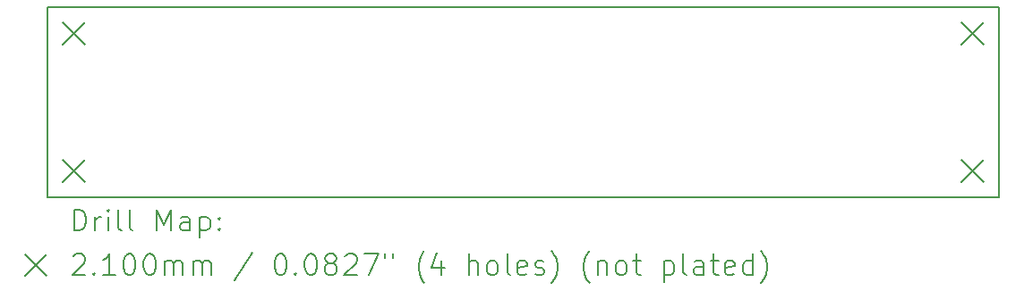
<source format=gbr>
%TF.GenerationSoftware,KiCad,Pcbnew,8.0.1*%
%TF.CreationDate,2024-05-11T19:49:48+01:00*%
%TF.ProjectId,TIMI2CLEDPanel,54494d49-3243-44c4-9544-50616e656c2e,rev?*%
%TF.SameCoordinates,Original*%
%TF.FileFunction,Drillmap*%
%TF.FilePolarity,Positive*%
%FSLAX45Y45*%
G04 Gerber Fmt 4.5, Leading zero omitted, Abs format (unit mm)*
G04 Created by KiCad (PCBNEW 8.0.1) date 2024-05-11 19:49:48*
%MOMM*%
%LPD*%
G01*
G04 APERTURE LIST*
%ADD10C,0.150000*%
%ADD11C,0.200000*%
%ADD12C,0.210000*%
G04 APERTURE END LIST*
D10*
X4000000Y-3000000D02*
X13000000Y-3000000D01*
X13000000Y-4800000D01*
X4000000Y-4800000D01*
X4000000Y-3000000D01*
D11*
D12*
X4145000Y-3145000D02*
X4355000Y-3355000D01*
X4355000Y-3145000D02*
X4145000Y-3355000D01*
X4145000Y-4445000D02*
X4355000Y-4655000D01*
X4355000Y-4445000D02*
X4145000Y-4655000D01*
X12645000Y-3145000D02*
X12855000Y-3355000D01*
X12855000Y-3145000D02*
X12645000Y-3355000D01*
X12645000Y-4445000D02*
X12855000Y-4655000D01*
X12855000Y-4445000D02*
X12645000Y-4655000D01*
D11*
X4253277Y-5118984D02*
X4253277Y-4918984D01*
X4253277Y-4918984D02*
X4300896Y-4918984D01*
X4300896Y-4918984D02*
X4329467Y-4928508D01*
X4329467Y-4928508D02*
X4348515Y-4947555D01*
X4348515Y-4947555D02*
X4358039Y-4966603D01*
X4358039Y-4966603D02*
X4367563Y-5004698D01*
X4367563Y-5004698D02*
X4367563Y-5033270D01*
X4367563Y-5033270D02*
X4358039Y-5071365D01*
X4358039Y-5071365D02*
X4348515Y-5090412D01*
X4348515Y-5090412D02*
X4329467Y-5109460D01*
X4329467Y-5109460D02*
X4300896Y-5118984D01*
X4300896Y-5118984D02*
X4253277Y-5118984D01*
X4453277Y-5118984D02*
X4453277Y-4985650D01*
X4453277Y-5023746D02*
X4462801Y-5004698D01*
X4462801Y-5004698D02*
X4472324Y-4995174D01*
X4472324Y-4995174D02*
X4491372Y-4985650D01*
X4491372Y-4985650D02*
X4510420Y-4985650D01*
X4577086Y-5118984D02*
X4577086Y-4985650D01*
X4577086Y-4918984D02*
X4567563Y-4928508D01*
X4567563Y-4928508D02*
X4577086Y-4938031D01*
X4577086Y-4938031D02*
X4586610Y-4928508D01*
X4586610Y-4928508D02*
X4577086Y-4918984D01*
X4577086Y-4918984D02*
X4577086Y-4938031D01*
X4700896Y-5118984D02*
X4681848Y-5109460D01*
X4681848Y-5109460D02*
X4672324Y-5090412D01*
X4672324Y-5090412D02*
X4672324Y-4918984D01*
X4805658Y-5118984D02*
X4786610Y-5109460D01*
X4786610Y-5109460D02*
X4777086Y-5090412D01*
X4777086Y-5090412D02*
X4777086Y-4918984D01*
X5034229Y-5118984D02*
X5034229Y-4918984D01*
X5034229Y-4918984D02*
X5100896Y-5061841D01*
X5100896Y-5061841D02*
X5167563Y-4918984D01*
X5167563Y-4918984D02*
X5167563Y-5118984D01*
X5348515Y-5118984D02*
X5348515Y-5014222D01*
X5348515Y-5014222D02*
X5338991Y-4995174D01*
X5338991Y-4995174D02*
X5319944Y-4985650D01*
X5319944Y-4985650D02*
X5281848Y-4985650D01*
X5281848Y-4985650D02*
X5262801Y-4995174D01*
X5348515Y-5109460D02*
X5329467Y-5118984D01*
X5329467Y-5118984D02*
X5281848Y-5118984D01*
X5281848Y-5118984D02*
X5262801Y-5109460D01*
X5262801Y-5109460D02*
X5253277Y-5090412D01*
X5253277Y-5090412D02*
X5253277Y-5071365D01*
X5253277Y-5071365D02*
X5262801Y-5052317D01*
X5262801Y-5052317D02*
X5281848Y-5042793D01*
X5281848Y-5042793D02*
X5329467Y-5042793D01*
X5329467Y-5042793D02*
X5348515Y-5033270D01*
X5443753Y-4985650D02*
X5443753Y-5185650D01*
X5443753Y-4995174D02*
X5462801Y-4985650D01*
X5462801Y-4985650D02*
X5500896Y-4985650D01*
X5500896Y-4985650D02*
X5519944Y-4995174D01*
X5519944Y-4995174D02*
X5529467Y-5004698D01*
X5529467Y-5004698D02*
X5538991Y-5023746D01*
X5538991Y-5023746D02*
X5538991Y-5080889D01*
X5538991Y-5080889D02*
X5529467Y-5099936D01*
X5529467Y-5099936D02*
X5519944Y-5109460D01*
X5519944Y-5109460D02*
X5500896Y-5118984D01*
X5500896Y-5118984D02*
X5462801Y-5118984D01*
X5462801Y-5118984D02*
X5443753Y-5109460D01*
X5624705Y-5099936D02*
X5634229Y-5109460D01*
X5634229Y-5109460D02*
X5624705Y-5118984D01*
X5624705Y-5118984D02*
X5615182Y-5109460D01*
X5615182Y-5109460D02*
X5624705Y-5099936D01*
X5624705Y-5099936D02*
X5624705Y-5118984D01*
X5624705Y-4995174D02*
X5634229Y-5004698D01*
X5634229Y-5004698D02*
X5624705Y-5014222D01*
X5624705Y-5014222D02*
X5615182Y-5004698D01*
X5615182Y-5004698D02*
X5624705Y-4995174D01*
X5624705Y-4995174D02*
X5624705Y-5014222D01*
X3792500Y-5347500D02*
X3992500Y-5547500D01*
X3992500Y-5347500D02*
X3792500Y-5547500D01*
X4243753Y-5358031D02*
X4253277Y-5348508D01*
X4253277Y-5348508D02*
X4272324Y-5338984D01*
X4272324Y-5338984D02*
X4319944Y-5338984D01*
X4319944Y-5338984D02*
X4338991Y-5348508D01*
X4338991Y-5348508D02*
X4348515Y-5358031D01*
X4348515Y-5358031D02*
X4358039Y-5377079D01*
X4358039Y-5377079D02*
X4358039Y-5396127D01*
X4358039Y-5396127D02*
X4348515Y-5424698D01*
X4348515Y-5424698D02*
X4234229Y-5538984D01*
X4234229Y-5538984D02*
X4358039Y-5538984D01*
X4443753Y-5519936D02*
X4453277Y-5529460D01*
X4453277Y-5529460D02*
X4443753Y-5538984D01*
X4443753Y-5538984D02*
X4434229Y-5529460D01*
X4434229Y-5529460D02*
X4443753Y-5519936D01*
X4443753Y-5519936D02*
X4443753Y-5538984D01*
X4643753Y-5538984D02*
X4529467Y-5538984D01*
X4586610Y-5538984D02*
X4586610Y-5338984D01*
X4586610Y-5338984D02*
X4567563Y-5367555D01*
X4567563Y-5367555D02*
X4548515Y-5386603D01*
X4548515Y-5386603D02*
X4529467Y-5396127D01*
X4767563Y-5338984D02*
X4786610Y-5338984D01*
X4786610Y-5338984D02*
X4805658Y-5348508D01*
X4805658Y-5348508D02*
X4815182Y-5358031D01*
X4815182Y-5358031D02*
X4824705Y-5377079D01*
X4824705Y-5377079D02*
X4834229Y-5415174D01*
X4834229Y-5415174D02*
X4834229Y-5462793D01*
X4834229Y-5462793D02*
X4824705Y-5500889D01*
X4824705Y-5500889D02*
X4815182Y-5519936D01*
X4815182Y-5519936D02*
X4805658Y-5529460D01*
X4805658Y-5529460D02*
X4786610Y-5538984D01*
X4786610Y-5538984D02*
X4767563Y-5538984D01*
X4767563Y-5538984D02*
X4748515Y-5529460D01*
X4748515Y-5529460D02*
X4738991Y-5519936D01*
X4738991Y-5519936D02*
X4729467Y-5500889D01*
X4729467Y-5500889D02*
X4719944Y-5462793D01*
X4719944Y-5462793D02*
X4719944Y-5415174D01*
X4719944Y-5415174D02*
X4729467Y-5377079D01*
X4729467Y-5377079D02*
X4738991Y-5358031D01*
X4738991Y-5358031D02*
X4748515Y-5348508D01*
X4748515Y-5348508D02*
X4767563Y-5338984D01*
X4958039Y-5338984D02*
X4977086Y-5338984D01*
X4977086Y-5338984D02*
X4996134Y-5348508D01*
X4996134Y-5348508D02*
X5005658Y-5358031D01*
X5005658Y-5358031D02*
X5015182Y-5377079D01*
X5015182Y-5377079D02*
X5024705Y-5415174D01*
X5024705Y-5415174D02*
X5024705Y-5462793D01*
X5024705Y-5462793D02*
X5015182Y-5500889D01*
X5015182Y-5500889D02*
X5005658Y-5519936D01*
X5005658Y-5519936D02*
X4996134Y-5529460D01*
X4996134Y-5529460D02*
X4977086Y-5538984D01*
X4977086Y-5538984D02*
X4958039Y-5538984D01*
X4958039Y-5538984D02*
X4938991Y-5529460D01*
X4938991Y-5529460D02*
X4929467Y-5519936D01*
X4929467Y-5519936D02*
X4919944Y-5500889D01*
X4919944Y-5500889D02*
X4910420Y-5462793D01*
X4910420Y-5462793D02*
X4910420Y-5415174D01*
X4910420Y-5415174D02*
X4919944Y-5377079D01*
X4919944Y-5377079D02*
X4929467Y-5358031D01*
X4929467Y-5358031D02*
X4938991Y-5348508D01*
X4938991Y-5348508D02*
X4958039Y-5338984D01*
X5110420Y-5538984D02*
X5110420Y-5405650D01*
X5110420Y-5424698D02*
X5119944Y-5415174D01*
X5119944Y-5415174D02*
X5138991Y-5405650D01*
X5138991Y-5405650D02*
X5167563Y-5405650D01*
X5167563Y-5405650D02*
X5186610Y-5415174D01*
X5186610Y-5415174D02*
X5196134Y-5434222D01*
X5196134Y-5434222D02*
X5196134Y-5538984D01*
X5196134Y-5434222D02*
X5205658Y-5415174D01*
X5205658Y-5415174D02*
X5224705Y-5405650D01*
X5224705Y-5405650D02*
X5253277Y-5405650D01*
X5253277Y-5405650D02*
X5272325Y-5415174D01*
X5272325Y-5415174D02*
X5281848Y-5434222D01*
X5281848Y-5434222D02*
X5281848Y-5538984D01*
X5377086Y-5538984D02*
X5377086Y-5405650D01*
X5377086Y-5424698D02*
X5386610Y-5415174D01*
X5386610Y-5415174D02*
X5405658Y-5405650D01*
X5405658Y-5405650D02*
X5434229Y-5405650D01*
X5434229Y-5405650D02*
X5453277Y-5415174D01*
X5453277Y-5415174D02*
X5462801Y-5434222D01*
X5462801Y-5434222D02*
X5462801Y-5538984D01*
X5462801Y-5434222D02*
X5472325Y-5415174D01*
X5472325Y-5415174D02*
X5491372Y-5405650D01*
X5491372Y-5405650D02*
X5519944Y-5405650D01*
X5519944Y-5405650D02*
X5538991Y-5415174D01*
X5538991Y-5415174D02*
X5548515Y-5434222D01*
X5548515Y-5434222D02*
X5548515Y-5538984D01*
X5938991Y-5329460D02*
X5767563Y-5586603D01*
X6196134Y-5338984D02*
X6215182Y-5338984D01*
X6215182Y-5338984D02*
X6234229Y-5348508D01*
X6234229Y-5348508D02*
X6243753Y-5358031D01*
X6243753Y-5358031D02*
X6253277Y-5377079D01*
X6253277Y-5377079D02*
X6262801Y-5415174D01*
X6262801Y-5415174D02*
X6262801Y-5462793D01*
X6262801Y-5462793D02*
X6253277Y-5500889D01*
X6253277Y-5500889D02*
X6243753Y-5519936D01*
X6243753Y-5519936D02*
X6234229Y-5529460D01*
X6234229Y-5529460D02*
X6215182Y-5538984D01*
X6215182Y-5538984D02*
X6196134Y-5538984D01*
X6196134Y-5538984D02*
X6177086Y-5529460D01*
X6177086Y-5529460D02*
X6167563Y-5519936D01*
X6167563Y-5519936D02*
X6158039Y-5500889D01*
X6158039Y-5500889D02*
X6148515Y-5462793D01*
X6148515Y-5462793D02*
X6148515Y-5415174D01*
X6148515Y-5415174D02*
X6158039Y-5377079D01*
X6158039Y-5377079D02*
X6167563Y-5358031D01*
X6167563Y-5358031D02*
X6177086Y-5348508D01*
X6177086Y-5348508D02*
X6196134Y-5338984D01*
X6348515Y-5519936D02*
X6358039Y-5529460D01*
X6358039Y-5529460D02*
X6348515Y-5538984D01*
X6348515Y-5538984D02*
X6338991Y-5529460D01*
X6338991Y-5529460D02*
X6348515Y-5519936D01*
X6348515Y-5519936D02*
X6348515Y-5538984D01*
X6481848Y-5338984D02*
X6500896Y-5338984D01*
X6500896Y-5338984D02*
X6519944Y-5348508D01*
X6519944Y-5348508D02*
X6529467Y-5358031D01*
X6529467Y-5358031D02*
X6538991Y-5377079D01*
X6538991Y-5377079D02*
X6548515Y-5415174D01*
X6548515Y-5415174D02*
X6548515Y-5462793D01*
X6548515Y-5462793D02*
X6538991Y-5500889D01*
X6538991Y-5500889D02*
X6529467Y-5519936D01*
X6529467Y-5519936D02*
X6519944Y-5529460D01*
X6519944Y-5529460D02*
X6500896Y-5538984D01*
X6500896Y-5538984D02*
X6481848Y-5538984D01*
X6481848Y-5538984D02*
X6462801Y-5529460D01*
X6462801Y-5529460D02*
X6453277Y-5519936D01*
X6453277Y-5519936D02*
X6443753Y-5500889D01*
X6443753Y-5500889D02*
X6434229Y-5462793D01*
X6434229Y-5462793D02*
X6434229Y-5415174D01*
X6434229Y-5415174D02*
X6443753Y-5377079D01*
X6443753Y-5377079D02*
X6453277Y-5358031D01*
X6453277Y-5358031D02*
X6462801Y-5348508D01*
X6462801Y-5348508D02*
X6481848Y-5338984D01*
X6662801Y-5424698D02*
X6643753Y-5415174D01*
X6643753Y-5415174D02*
X6634229Y-5405650D01*
X6634229Y-5405650D02*
X6624706Y-5386603D01*
X6624706Y-5386603D02*
X6624706Y-5377079D01*
X6624706Y-5377079D02*
X6634229Y-5358031D01*
X6634229Y-5358031D02*
X6643753Y-5348508D01*
X6643753Y-5348508D02*
X6662801Y-5338984D01*
X6662801Y-5338984D02*
X6700896Y-5338984D01*
X6700896Y-5338984D02*
X6719944Y-5348508D01*
X6719944Y-5348508D02*
X6729467Y-5358031D01*
X6729467Y-5358031D02*
X6738991Y-5377079D01*
X6738991Y-5377079D02*
X6738991Y-5386603D01*
X6738991Y-5386603D02*
X6729467Y-5405650D01*
X6729467Y-5405650D02*
X6719944Y-5415174D01*
X6719944Y-5415174D02*
X6700896Y-5424698D01*
X6700896Y-5424698D02*
X6662801Y-5424698D01*
X6662801Y-5424698D02*
X6643753Y-5434222D01*
X6643753Y-5434222D02*
X6634229Y-5443746D01*
X6634229Y-5443746D02*
X6624706Y-5462793D01*
X6624706Y-5462793D02*
X6624706Y-5500889D01*
X6624706Y-5500889D02*
X6634229Y-5519936D01*
X6634229Y-5519936D02*
X6643753Y-5529460D01*
X6643753Y-5529460D02*
X6662801Y-5538984D01*
X6662801Y-5538984D02*
X6700896Y-5538984D01*
X6700896Y-5538984D02*
X6719944Y-5529460D01*
X6719944Y-5529460D02*
X6729467Y-5519936D01*
X6729467Y-5519936D02*
X6738991Y-5500889D01*
X6738991Y-5500889D02*
X6738991Y-5462793D01*
X6738991Y-5462793D02*
X6729467Y-5443746D01*
X6729467Y-5443746D02*
X6719944Y-5434222D01*
X6719944Y-5434222D02*
X6700896Y-5424698D01*
X6815182Y-5358031D02*
X6824706Y-5348508D01*
X6824706Y-5348508D02*
X6843753Y-5338984D01*
X6843753Y-5338984D02*
X6891372Y-5338984D01*
X6891372Y-5338984D02*
X6910420Y-5348508D01*
X6910420Y-5348508D02*
X6919944Y-5358031D01*
X6919944Y-5358031D02*
X6929467Y-5377079D01*
X6929467Y-5377079D02*
X6929467Y-5396127D01*
X6929467Y-5396127D02*
X6919944Y-5424698D01*
X6919944Y-5424698D02*
X6805658Y-5538984D01*
X6805658Y-5538984D02*
X6929467Y-5538984D01*
X6996134Y-5338984D02*
X7129467Y-5338984D01*
X7129467Y-5338984D02*
X7043753Y-5538984D01*
X7196134Y-5338984D02*
X7196134Y-5377079D01*
X7272325Y-5338984D02*
X7272325Y-5377079D01*
X7567563Y-5615174D02*
X7558039Y-5605650D01*
X7558039Y-5605650D02*
X7538991Y-5577079D01*
X7538991Y-5577079D02*
X7529468Y-5558031D01*
X7529468Y-5558031D02*
X7519944Y-5529460D01*
X7519944Y-5529460D02*
X7510420Y-5481841D01*
X7510420Y-5481841D02*
X7510420Y-5443746D01*
X7510420Y-5443746D02*
X7519944Y-5396127D01*
X7519944Y-5396127D02*
X7529468Y-5367555D01*
X7529468Y-5367555D02*
X7538991Y-5348508D01*
X7538991Y-5348508D02*
X7558039Y-5319936D01*
X7558039Y-5319936D02*
X7567563Y-5310412D01*
X7729468Y-5405650D02*
X7729468Y-5538984D01*
X7681848Y-5329460D02*
X7634229Y-5472317D01*
X7634229Y-5472317D02*
X7758039Y-5472317D01*
X7986610Y-5538984D02*
X7986610Y-5338984D01*
X8072325Y-5538984D02*
X8072325Y-5434222D01*
X8072325Y-5434222D02*
X8062801Y-5415174D01*
X8062801Y-5415174D02*
X8043753Y-5405650D01*
X8043753Y-5405650D02*
X8015182Y-5405650D01*
X8015182Y-5405650D02*
X7996134Y-5415174D01*
X7996134Y-5415174D02*
X7986610Y-5424698D01*
X8196134Y-5538984D02*
X8177087Y-5529460D01*
X8177087Y-5529460D02*
X8167563Y-5519936D01*
X8167563Y-5519936D02*
X8158039Y-5500889D01*
X8158039Y-5500889D02*
X8158039Y-5443746D01*
X8158039Y-5443746D02*
X8167563Y-5424698D01*
X8167563Y-5424698D02*
X8177087Y-5415174D01*
X8177087Y-5415174D02*
X8196134Y-5405650D01*
X8196134Y-5405650D02*
X8224706Y-5405650D01*
X8224706Y-5405650D02*
X8243753Y-5415174D01*
X8243753Y-5415174D02*
X8253277Y-5424698D01*
X8253277Y-5424698D02*
X8262801Y-5443746D01*
X8262801Y-5443746D02*
X8262801Y-5500889D01*
X8262801Y-5500889D02*
X8253277Y-5519936D01*
X8253277Y-5519936D02*
X8243753Y-5529460D01*
X8243753Y-5529460D02*
X8224706Y-5538984D01*
X8224706Y-5538984D02*
X8196134Y-5538984D01*
X8377087Y-5538984D02*
X8358039Y-5529460D01*
X8358039Y-5529460D02*
X8348515Y-5510412D01*
X8348515Y-5510412D02*
X8348515Y-5338984D01*
X8529468Y-5529460D02*
X8510420Y-5538984D01*
X8510420Y-5538984D02*
X8472325Y-5538984D01*
X8472325Y-5538984D02*
X8453277Y-5529460D01*
X8453277Y-5529460D02*
X8443753Y-5510412D01*
X8443753Y-5510412D02*
X8443753Y-5434222D01*
X8443753Y-5434222D02*
X8453277Y-5415174D01*
X8453277Y-5415174D02*
X8472325Y-5405650D01*
X8472325Y-5405650D02*
X8510420Y-5405650D01*
X8510420Y-5405650D02*
X8529468Y-5415174D01*
X8529468Y-5415174D02*
X8538992Y-5434222D01*
X8538992Y-5434222D02*
X8538992Y-5453270D01*
X8538992Y-5453270D02*
X8443753Y-5472317D01*
X8615182Y-5529460D02*
X8634230Y-5538984D01*
X8634230Y-5538984D02*
X8672325Y-5538984D01*
X8672325Y-5538984D02*
X8691373Y-5529460D01*
X8691373Y-5529460D02*
X8700896Y-5510412D01*
X8700896Y-5510412D02*
X8700896Y-5500889D01*
X8700896Y-5500889D02*
X8691373Y-5481841D01*
X8691373Y-5481841D02*
X8672325Y-5472317D01*
X8672325Y-5472317D02*
X8643753Y-5472317D01*
X8643753Y-5472317D02*
X8624706Y-5462793D01*
X8624706Y-5462793D02*
X8615182Y-5443746D01*
X8615182Y-5443746D02*
X8615182Y-5434222D01*
X8615182Y-5434222D02*
X8624706Y-5415174D01*
X8624706Y-5415174D02*
X8643753Y-5405650D01*
X8643753Y-5405650D02*
X8672325Y-5405650D01*
X8672325Y-5405650D02*
X8691373Y-5415174D01*
X8767563Y-5615174D02*
X8777087Y-5605650D01*
X8777087Y-5605650D02*
X8796134Y-5577079D01*
X8796134Y-5577079D02*
X8805658Y-5558031D01*
X8805658Y-5558031D02*
X8815182Y-5529460D01*
X8815182Y-5529460D02*
X8824706Y-5481841D01*
X8824706Y-5481841D02*
X8824706Y-5443746D01*
X8824706Y-5443746D02*
X8815182Y-5396127D01*
X8815182Y-5396127D02*
X8805658Y-5367555D01*
X8805658Y-5367555D02*
X8796134Y-5348508D01*
X8796134Y-5348508D02*
X8777087Y-5319936D01*
X8777087Y-5319936D02*
X8767563Y-5310412D01*
X9129468Y-5615174D02*
X9119944Y-5605650D01*
X9119944Y-5605650D02*
X9100896Y-5577079D01*
X9100896Y-5577079D02*
X9091373Y-5558031D01*
X9091373Y-5558031D02*
X9081849Y-5529460D01*
X9081849Y-5529460D02*
X9072325Y-5481841D01*
X9072325Y-5481841D02*
X9072325Y-5443746D01*
X9072325Y-5443746D02*
X9081849Y-5396127D01*
X9081849Y-5396127D02*
X9091373Y-5367555D01*
X9091373Y-5367555D02*
X9100896Y-5348508D01*
X9100896Y-5348508D02*
X9119944Y-5319936D01*
X9119944Y-5319936D02*
X9129468Y-5310412D01*
X9205658Y-5405650D02*
X9205658Y-5538984D01*
X9205658Y-5424698D02*
X9215182Y-5415174D01*
X9215182Y-5415174D02*
X9234230Y-5405650D01*
X9234230Y-5405650D02*
X9262801Y-5405650D01*
X9262801Y-5405650D02*
X9281849Y-5415174D01*
X9281849Y-5415174D02*
X9291373Y-5434222D01*
X9291373Y-5434222D02*
X9291373Y-5538984D01*
X9415182Y-5538984D02*
X9396134Y-5529460D01*
X9396134Y-5529460D02*
X9386611Y-5519936D01*
X9386611Y-5519936D02*
X9377087Y-5500889D01*
X9377087Y-5500889D02*
X9377087Y-5443746D01*
X9377087Y-5443746D02*
X9386611Y-5424698D01*
X9386611Y-5424698D02*
X9396134Y-5415174D01*
X9396134Y-5415174D02*
X9415182Y-5405650D01*
X9415182Y-5405650D02*
X9443754Y-5405650D01*
X9443754Y-5405650D02*
X9462801Y-5415174D01*
X9462801Y-5415174D02*
X9472325Y-5424698D01*
X9472325Y-5424698D02*
X9481849Y-5443746D01*
X9481849Y-5443746D02*
X9481849Y-5500889D01*
X9481849Y-5500889D02*
X9472325Y-5519936D01*
X9472325Y-5519936D02*
X9462801Y-5529460D01*
X9462801Y-5529460D02*
X9443754Y-5538984D01*
X9443754Y-5538984D02*
X9415182Y-5538984D01*
X9538992Y-5405650D02*
X9615182Y-5405650D01*
X9567563Y-5338984D02*
X9567563Y-5510412D01*
X9567563Y-5510412D02*
X9577087Y-5529460D01*
X9577087Y-5529460D02*
X9596134Y-5538984D01*
X9596134Y-5538984D02*
X9615182Y-5538984D01*
X9834230Y-5405650D02*
X9834230Y-5605650D01*
X9834230Y-5415174D02*
X9853277Y-5405650D01*
X9853277Y-5405650D02*
X9891373Y-5405650D01*
X9891373Y-5405650D02*
X9910420Y-5415174D01*
X9910420Y-5415174D02*
X9919944Y-5424698D01*
X9919944Y-5424698D02*
X9929468Y-5443746D01*
X9929468Y-5443746D02*
X9929468Y-5500889D01*
X9929468Y-5500889D02*
X9919944Y-5519936D01*
X9919944Y-5519936D02*
X9910420Y-5529460D01*
X9910420Y-5529460D02*
X9891373Y-5538984D01*
X9891373Y-5538984D02*
X9853277Y-5538984D01*
X9853277Y-5538984D02*
X9834230Y-5529460D01*
X10043754Y-5538984D02*
X10024706Y-5529460D01*
X10024706Y-5529460D02*
X10015182Y-5510412D01*
X10015182Y-5510412D02*
X10015182Y-5338984D01*
X10205658Y-5538984D02*
X10205658Y-5434222D01*
X10205658Y-5434222D02*
X10196135Y-5415174D01*
X10196135Y-5415174D02*
X10177087Y-5405650D01*
X10177087Y-5405650D02*
X10138992Y-5405650D01*
X10138992Y-5405650D02*
X10119944Y-5415174D01*
X10205658Y-5529460D02*
X10186611Y-5538984D01*
X10186611Y-5538984D02*
X10138992Y-5538984D01*
X10138992Y-5538984D02*
X10119944Y-5529460D01*
X10119944Y-5529460D02*
X10110420Y-5510412D01*
X10110420Y-5510412D02*
X10110420Y-5491365D01*
X10110420Y-5491365D02*
X10119944Y-5472317D01*
X10119944Y-5472317D02*
X10138992Y-5462793D01*
X10138992Y-5462793D02*
X10186611Y-5462793D01*
X10186611Y-5462793D02*
X10205658Y-5453270D01*
X10272325Y-5405650D02*
X10348515Y-5405650D01*
X10300896Y-5338984D02*
X10300896Y-5510412D01*
X10300896Y-5510412D02*
X10310420Y-5529460D01*
X10310420Y-5529460D02*
X10329468Y-5538984D01*
X10329468Y-5538984D02*
X10348515Y-5538984D01*
X10491373Y-5529460D02*
X10472325Y-5538984D01*
X10472325Y-5538984D02*
X10434230Y-5538984D01*
X10434230Y-5538984D02*
X10415182Y-5529460D01*
X10415182Y-5529460D02*
X10405658Y-5510412D01*
X10405658Y-5510412D02*
X10405658Y-5434222D01*
X10405658Y-5434222D02*
X10415182Y-5415174D01*
X10415182Y-5415174D02*
X10434230Y-5405650D01*
X10434230Y-5405650D02*
X10472325Y-5405650D01*
X10472325Y-5405650D02*
X10491373Y-5415174D01*
X10491373Y-5415174D02*
X10500896Y-5434222D01*
X10500896Y-5434222D02*
X10500896Y-5453270D01*
X10500896Y-5453270D02*
X10405658Y-5472317D01*
X10672325Y-5538984D02*
X10672325Y-5338984D01*
X10672325Y-5529460D02*
X10653277Y-5538984D01*
X10653277Y-5538984D02*
X10615182Y-5538984D01*
X10615182Y-5538984D02*
X10596135Y-5529460D01*
X10596135Y-5529460D02*
X10586611Y-5519936D01*
X10586611Y-5519936D02*
X10577087Y-5500889D01*
X10577087Y-5500889D02*
X10577087Y-5443746D01*
X10577087Y-5443746D02*
X10586611Y-5424698D01*
X10586611Y-5424698D02*
X10596135Y-5415174D01*
X10596135Y-5415174D02*
X10615182Y-5405650D01*
X10615182Y-5405650D02*
X10653277Y-5405650D01*
X10653277Y-5405650D02*
X10672325Y-5415174D01*
X10748516Y-5615174D02*
X10758039Y-5605650D01*
X10758039Y-5605650D02*
X10777087Y-5577079D01*
X10777087Y-5577079D02*
X10786611Y-5558031D01*
X10786611Y-5558031D02*
X10796135Y-5529460D01*
X10796135Y-5529460D02*
X10805658Y-5481841D01*
X10805658Y-5481841D02*
X10805658Y-5443746D01*
X10805658Y-5443746D02*
X10796135Y-5396127D01*
X10796135Y-5396127D02*
X10786611Y-5367555D01*
X10786611Y-5367555D02*
X10777087Y-5348508D01*
X10777087Y-5348508D02*
X10758039Y-5319936D01*
X10758039Y-5319936D02*
X10748516Y-5310412D01*
M02*

</source>
